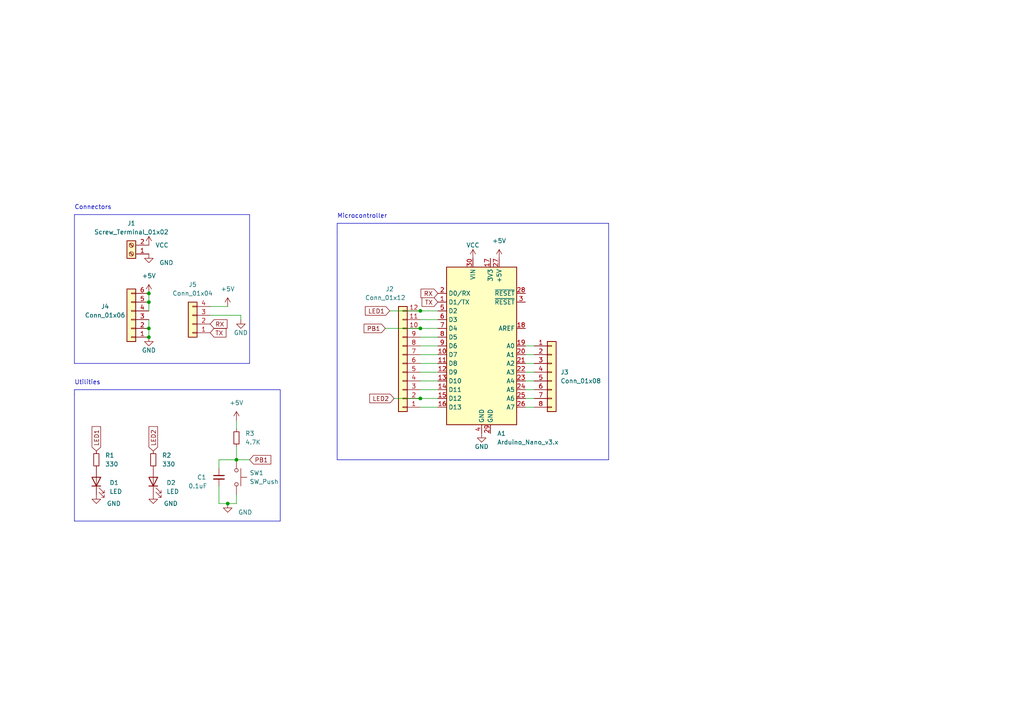
<source format=kicad_sch>
(kicad_sch (version 20230121) (generator eeschema)
  (paper "A4")
  (lib_symbols
    (symbol "Connector:Screw_Terminal_01x02" (pin_names (offset 1.016) hide)
      (property "Reference" "J" (at 0 2.54 0))
      (property "Value" "Screw_Terminal_01x02" (at 0 -5.08 0))
      (symbol "Screw_Terminal_01x02_1_1"
        (rectangle (start -1.27 1.27) (end 1.27 -3.81) (stroke (width 0.254)) (fill (type background)))
        (circle (center 0 -2.54) (radius 0.635) (stroke (width 0.1524)))
        (polyline (pts (xy -0.5334 -2.2098) (xy 0.3302 -3.048)) (stroke (width 0.1524)))
        (polyline (pts (xy -0.5334 0.3302) (xy 0.3302 -0.508)) (stroke (width 0.1524)))
        (polyline (pts (xy -0.3556 -2.032) (xy 0.508 -2.8702)) (stroke (width 0.1524)))
        (polyline (pts (xy -0.3556 0.508) (xy 0.508 -0.3302)) (stroke (width 0.1524)))
        (circle (center 0 0) (radius 0.635) (stroke (width 0.1524)))
        (pin passive line (at -5.08 0 0) (length 3.81) (name "Pin_1") (number "1"))
        (pin passive line (at -5.08 -2.54 0) (length 3.81) (name "Pin_2") (number "2"))
      )
    )
    (symbol "Connector_Generic:Conn_01x04" (pin_names (offset 1.016) hide)
      (property "Reference" "J" (at 0 5.08 0))
      (property "Value" "Conn_01x04" (at 0 -7.62 0))
      (symbol "Conn_01x04_1_1"
        (rectangle (start -1.27 -4.953) (end 0 -5.207) (stroke (width 0.1524)))
        (rectangle (start -1.27 -2.413) (end 0 -2.667) (stroke (width 0.1524)))
        (rectangle (start -1.27 0.127) (end 0 -0.127) (stroke (width 0.1524)))
        (rectangle (start -1.27 2.667) (end 0 2.413) (stroke (width 0.1524)))
        (rectangle (start -1.27 3.81) (end 1.27 -6.35) (stroke (width 0.254)) (fill (type background)))
        (pin passive line (at -5.08 2.54 0) (length 3.81) (name "Pin_1") (number "1"))
        (pin passive line (at -5.08 0 0) (length 3.81) (name "Pin_2") (number "2"))
        (pin passive line (at -5.08 -2.54 0) (length 3.81) (name "Pin_3") (number "3"))
        (pin passive line (at -5.08 -5.08 0) (length 3.81) (name "Pin_4") (number "4"))
      )
    )
    (symbol "Connector_Generic:Conn_01x06" (pin_names (offset 1.016) hide)
      (property "Reference" "J" (at 0 7.62 0))
      (property "Value" "Conn_01x06" (at 0 -10.16 0))
      (symbol "Conn_01x06_1_1"
        (rectangle (start -1.27 -7.493) (end 0 -7.747) (stroke (width 0.1524)))
        (rectangle (start -1.27 -4.953) (end 0 -5.207) (stroke (width 0.1524)))
        (rectangle (start -1.27 -2.413) (end 0 -2.667) (stroke (width 0.1524)))
        (rectangle (start -1.27 0.127) (end 0 -0.127) (stroke (width 0.1524)))
        (rectangle (start -1.27 2.667) (end 0 2.413) (stroke (width 0.1524)))
        (rectangle (start -1.27 5.207) (end 0 4.953) (stroke (width 0.1524)))
        (rectangle (start -1.27 6.35) (end 1.27 -8.89) (stroke (width 0.254)) (fill (type background)))
        (pin passive line (at -5.08 5.08 0) (length 3.81) (name "Pin_1") (number "1"))
        (pin passive line (at -5.08 2.54 0) (length 3.81) (name "Pin_2") (number "2"))
        (pin passive line (at -5.08 0 0) (length 3.81) (name "Pin_3") (number "3"))
        (pin passive line (at -5.08 -2.54 0) (length 3.81) (name "Pin_4") (number "4"))
        (pin passive line (at -5.08 -5.08 0) (length 3.81) (name "Pin_5") (number "5"))
        (pin passive line (at -5.08 -7.62 0) (length 3.81) (name "Pin_6") (number "6"))
      )
    )
    (symbol "Connector_Generic:Conn_01x08" (pin_names (offset 1.016) hide)
      (property "Reference" "J" (at 0 10.16 0))
      (property "Value" "Conn_01x08" (at 0 -12.7 0))
      (symbol "Conn_01x08_1_1"
        (rectangle (start -1.27 -10.033) (end 0 -10.287) (stroke (width 0.1524)))
        (rectangle (start -1.27 -7.493) (end 0 -7.747) (stroke (width 0.1524)))
        (rectangle (start -1.27 -4.953) (end 0 -5.207) (stroke (width 0.1524)))
        (rectangle (start -1.27 -2.413) (end 0 -2.667) (stroke (width 0.1524)))
        (rectangle (start -1.27 0.127) (end 0 -0.127) (stroke (width 0.1524)))
        (rectangle (start -1.27 2.667) (end 0 2.413) (stroke (width 0.1524)))
        (rectangle (start -1.27 5.207) (end 0 4.953) (stroke (width 0.1524)))
        (rectangle (start -1.27 7.747) (end 0 7.493) (stroke (width 0.1524)))
        (rectangle (start -1.27 8.89) (end 1.27 -11.43) (stroke (width 0.254)) (fill (type background)))
        (pin passive line (at -5.08 7.62 0) (length 3.81) (name "Pin_1") (number "1"))
        (pin passive line (at -5.08 5.08 0) (length 3.81) (name "Pin_2") (number "2"))
        (pin passive line (at -5.08 2.54 0) (length 3.81) (name "Pin_3") (number "3"))
        (pin passive line (at -5.08 0 0) (length 3.81) (name "Pin_4") (number "4"))
        (pin passive line (at -5.08 -2.54 0) (length 3.81) (name "Pin_5") (number "5"))
        (pin passive line (at -5.08 -5.08 0) (length 3.81) (name "Pin_6") (number "6"))
        (pin passive line (at -5.08 -7.62 0) (length 3.81) (name "Pin_7") (number "7"))
        (pin passive line (at -5.08 -10.16 0) (length 3.81) (name "Pin_8") (number "8"))
      )
    )
    (symbol "Connector_Generic:Conn_01x12" (pin_names (offset 1.016) hide)
      (property "Reference" "J" (at 0 15.24 0))
      (property "Value" "Conn_01x12" (at 0 -17.78 0))
      (symbol "Conn_01x12_1_1"
        (rectangle (start -1.27 -15.113) (end 0 -15.367) (stroke (width 0.1524)))
        (rectangle (start -1.27 -12.573) (end 0 -12.827) (stroke (width 0.1524)))
        (rectangle (start -1.27 -10.033) (end 0 -10.287) (stroke (width 0.1524)))
        (rectangle (start -1.27 -7.493) (end 0 -7.747) (stroke (width 0.1524)))
        (rectangle (start -1.27 -4.953) (end 0 -5.207) (stroke (width 0.1524)))
        (rectangle (start -1.27 -2.413) (end 0 -2.667) (stroke (width 0.1524)))
        (rectangle (start -1.27 0.127) (end 0 -0.127) (stroke (width 0.1524)))
        (rectangle (start -1.27 2.667) (end 0 2.413) (stroke (width 0.1524)))
        (rectangle (start -1.27 5.207) (end 0 4.953) (stroke (width 0.1524)))
        (rectangle (start -1.27 7.747) (end 0 7.493) (stroke (width 0.1524)))
        (rectangle (start -1.27 10.287) (end 0 10.033) (stroke (width 0.1524)))
        (rectangle (start -1.27 12.827) (end 0 12.573) (stroke (width 0.1524)))
        (rectangle (start -1.27 13.97) (end 1.27 -16.51) (stroke (width 0.254)) (fill (type background)))
        (pin passive line (at -5.08 12.7 0) (length 3.81) (name "Pin_1") (number "1"))
        (pin passive line (at -5.08 -10.16 0) (length 3.81) (name "Pin_10") (number "10"))
        (pin passive line (at -5.08 -12.7 0) (length 3.81) (name "Pin_11") (number "11"))
        (pin passive line (at -5.08 -15.24 0) (length 3.81) (name "Pin_12") (number "12"))
        (pin passive line (at -5.08 10.16 0) (length 3.81) (name "Pin_2") (number "2"))
        (pin passive line (at -5.08 7.62 0) (length 3.81) (name "Pin_3") (number "3"))
        (pin passive line (at -5.08 5.08 0) (length 3.81) (name "Pin_4") (number "4"))
        (pin passive line (at -5.08 2.54 0) (length 3.81) (name "Pin_5") (number "5"))
        (pin passive line (at -5.08 0 0) (length 3.81) (name "Pin_6") (number "6"))
        (pin passive line (at -5.08 -2.54 0) (length 3.81) (name "Pin_7") (number "7"))
        (pin passive line (at -5.08 -5.08 0) (length 3.81) (name "Pin_8") (number "8"))
        (pin passive line (at -5.08 -7.62 0) (length 3.81) (name "Pin_9") (number "9"))
      )
    )
    (symbol "Device:C_Small" (pin_numbers hide) (pin_names (offset 0.254) hide)
      (property "Reference" "C" (at 0.254 1.778 0))
      (property "Value" "C_Small" (at 0.254 -2.032 0))
      (symbol "C_Small_0_1"
        (polyline (pts (xy -1.524 -0.508) (xy 1.524 -0.508)) (stroke (width 0.3302)))
        (polyline (pts (xy -1.524 0.508) (xy 1.524 0.508)) (stroke (width 0.3048)))
      )
      (symbol "C_Small_1_1"
        (pin passive line (at 0 2.54 270) (length 2.032) (name "~") (number "1"))
        (pin passive line (at 0 -2.54 90) (length 2.032) (name "~") (number "2"))
      )
    )
    (symbol "Device:LED" (pin_numbers hide) (pin_names (offset 1.016) hide)
      (property "Reference" "D" (at 0 2.54 0))
      (property "Value" "LED" (at 0 -2.54 0))
      (symbol "LED_0_1"
        (polyline (pts (xy -1.27 -1.27) (xy -1.27 1.27)) (stroke (width 0.254)))
        (polyline (pts (xy -1.27 0) (xy 1.27 0)))
        (polyline (pts (xy 1.27 -1.27) (xy 1.27 1.27) (xy -1.27 0) (xy 1.27 -1.27)) (stroke (width 0.254)))
        (polyline (pts (xy -3.048 -0.762) (xy -4.572 -2.286) (xy -3.81 -2.286) (xy -4.572 -2.286) (xy -4.572 -1.524)))
        (polyline (pts (xy -1.778 -0.762) (xy -3.302 -2.286) (xy -2.54 -2.286) (xy -3.302 -2.286) (xy -3.302 -1.524)))
      )
      (symbol "LED_1_1"
        (pin passive line (at -3.81 0 0) (length 2.54) (name "K") (number "1"))
        (pin passive line (at 3.81 0 180) (length 2.54) (name "A") (number "2"))
      )
    )
    (symbol "Device:R_Small" (pin_numbers hide) (pin_names (offset 0.254) hide)
      (property "Reference" "R" (at 0.762 0.508 0))
      (property "Value" "R_Small" (at 0.762 -1.016 0))
      (symbol "R_Small_0_1"
        (rectangle (start -0.762 1.778) (end 0.762 -1.778) (stroke (width 0.2032)))
      )
      (symbol "R_Small_1_1"
        (pin passive line (at 0 2.54 270) (length 0.762) (name "~") (number "1"))
        (pin passive line (at 0 -2.54 90) (length 0.762) (name "~") (number "2"))
      )
    )
    (symbol "MCU_Module:Arduino_Nano_v3.x"
      (property "Reference" "A" (at -10.16 23.495 0))
      (property "Value" "Arduino_Nano_v3.x" (at 5.08 -24.13 0))
      (symbol "Arduino_Nano_v3.x_0_1"
        (rectangle (start -10.16 22.86) (end 10.16 -22.86) (stroke (width 0.254)) (fill (type background)))
      )
      (symbol "Arduino_Nano_v3.x_1_1"
        (pin bidirectional line (at -12.7 12.7 0) (length 2.54) (name "D1/TX") (number "1"))
        (pin bidirectional line (at -12.7 -2.54 0) (length 2.54) (name "D7") (number "10"))
        (pin bidirectional line (at -12.7 -5.08 0) (length 2.54) (name "D8") (number "11"))
        (pin bidirectional line (at -12.7 -7.62 0) (length 2.54) (name "D9") (number "12"))
        (pin bidirectional line (at -12.7 -10.16 0) (length 2.54) (name "D10") (number "13"))
        (pin bidirectional line (at -12.7 -12.7 0) (length 2.54) (name "D11") (number "14"))
        (pin bidirectional line (at -12.7 -15.24 0) (length 2.54) (name "D12") (number "15"))
        (pin bidirectional line (at -12.7 -17.78 0) (length 2.54) (name "D13") (number "16"))
        (pin power_out line (at 2.54 25.4 270) (length 2.54) (name "3V3") (number "17"))
        (pin input line (at 12.7 5.08 180) (length 2.54) (name "AREF") (number "18"))
        (pin bidirectional line (at 12.7 0 180) (length 2.54) (name "A0") (number "19"))
        (pin bidirectional line (at -12.7 15.24 0) (length 2.54) (name "D0/RX") (number "2"))
        (pin bidirectional line (at 12.7 -2.54 180) (length 2.54) (name "A1") (number "20"))
        (pin bidirectional line (at 12.7 -5.08 180) (length 2.54) (name "A2") (number "21"))
        (pin bidirectional line (at 12.7 -7.62 180) (length 2.54) (name "A3") (number "22"))
        (pin bidirectional line (at 12.7 -10.16 180) (length 2.54) (name "A4") (number "23"))
        (pin bidirectional line (at 12.7 -12.7 180) (length 2.54) (name "A5") (number "24"))
        (pin bidirectional line (at 12.7 -15.24 180) (length 2.54) (name "A6") (number "25"))
        (pin bidirectional line (at 12.7 -17.78 180) (length 2.54) (name "A7") (number "26"))
        (pin power_out line (at 5.08 25.4 270) (length 2.54) (name "+5V") (number "27"))
        (pin input line (at 12.7 15.24 180) (length 2.54) (name "~{RESET}") (number "28"))
        (pin power_in line (at 2.54 -25.4 90) (length 2.54) (name "GND") (number "29"))
        (pin input line (at 12.7 12.7 180) (length 2.54) (name "~{RESET}") (number "3"))
        (pin power_in line (at -2.54 25.4 270) (length 2.54) (name "VIN") (number "30"))
        (pin power_in line (at 0 -25.4 90) (length 2.54) (name "GND") (number "4"))
        (pin bidirectional line (at -12.7 10.16 0) (length 2.54) (name "D2") (number "5"))
        (pin bidirectional line (at -12.7 7.62 0) (length 2.54) (name "D3") (number "6"))
        (pin bidirectional line (at -12.7 5.08 0) (length 2.54) (name "D4") (number "7"))
        (pin bidirectional line (at -12.7 2.54 0) (length 2.54) (name "D5") (number "8"))
        (pin bidirectional line (at -12.7 0 0) (length 2.54) (name "D6") (number "9"))
      )
    )
    (symbol "Switch:SW_Push" (pin_numbers hide) (pin_names (offset 1.016) hide)
      (property "Reference" "SW" (at 1.27 2.54 0))
      (property "Value" "SW_Push" (at 0 -1.524 0))
      (symbol "SW_Push_0_1"
        (circle (center -2.032 0) (radius 0.508))
        (polyline (pts (xy 0 1.27) (xy 0 3.048)))
        (polyline (pts (xy 2.54 1.27) (xy -2.54 1.27)))
        (circle (center 2.032 0) (radius 0.508))
        (pin passive line (at -5.08 0 0) (length 2.54) (name "1") (number "1"))
        (pin passive line (at 5.08 0 180) (length 2.54) (name "2") (number "2"))
      )
    )
    (symbol "power:+5V" (power) (pin_names (offset 0))
      (property "Value" "+5V" (at 0 3.556 0))
      (symbol "+5V_0_1"
        (polyline (pts (xy -0.762 1.27) (xy 0 2.54)))
        (polyline (pts (xy 0 0) (xy 0 2.54)))
        (polyline (pts (xy 0 2.54) (xy 0.762 1.27)))
      )
      (symbol "+5V_1_1"
        (pin power_in line (at 0 0 90) (length 0) hide (name "+5V") (number "1"))
      )
    )
    (symbol "power:GND" (power) (pin_names (offset 0))
      (property "Value" "GND" (at 0 -3.81 0))
      (symbol "GND_0_1"
        (polyline (pts (xy 0 0) (xy 0 -1.27) (xy 1.27 -1.27) (xy 0 -2.54) (xy -1.27 -1.27) (xy 0 -1.27)))
      )
      (symbol "GND_1_1"
        (pin power_in line (at 0 0 270) (length 0) hide (name "GND") (number "1"))
      )
    )
    (symbol "power:VCC" (power) (pin_names (offset 0))
      (property "Value" "VCC" (at 0 3.81 0))
      (symbol "VCC_0_1"
        (polyline (pts (xy -0.762 1.27) (xy 0 2.54)))
        (polyline (pts (xy 0 0) (xy 0 2.54)))
        (polyline (pts (xy 0 2.54) (xy 0.762 1.27)))
      )
      (symbol "VCC_1_1"
        (pin power_in line (at 0 0 90) (length 0) hide (name "VCC") (number "1"))
      )
    )
  )
  (junction (at 121.92 115.57))
  (junction (at 43.18 87.63))
  (junction (at 68.58 133.35))
  (junction (at 43.18 85.09))
  (junction (at 43.18 95.25))
  (junction (at 66.04 146.05))
  (junction (at 121.92 90.17))
  (junction (at 121.92 95.25))
  (junction (at 43.18 97.79))
  (wire (pts (xy 63.5 135.89) (xy 63.5 133.35)))
  (wire (pts (xy 154.94 113.03) (xy 152.4 113.03)))
  (polyline (pts (xy 97.79 133.35) (xy 176.53 133.35)))
  (wire (pts (xy 60.96 88.9) (xy 66.04 88.9)))
  (polyline (pts (xy 21.59 151.13) (xy 81.28 151.13)))
  (wire (pts (xy 68.58 129.54) (xy 68.58 133.35)))
  (wire (pts (xy 113.03 90.17) (xy 121.92 90.17)))
  (wire (pts (xy 68.58 133.35) (xy 72.39 133.35)))
  (wire (pts (xy 63.5 146.05) (xy 66.04 146.05)))
  (wire (pts (xy 111.76 95.25) (xy 121.92 95.25)))
  (polyline (pts (xy 81.28 113.03) (xy 21.59 113.03)))
  (wire (pts (xy 69.85 91.44) (xy 69.85 92.71)))
  (wire (pts (xy 43.18 92.71) (xy 43.18 95.25)))
  (wire (pts (xy 121.92 113.03) (xy 127 113.03)))
  (wire (pts (xy 63.5 133.35) (xy 68.58 133.35)))
  (polyline (pts (xy 176.53 64.77) (xy 97.79 64.77)))
  (polyline (pts (xy 97.79 64.77) (xy 97.79 67.31)))
  (wire (pts (xy 154.94 118.11) (xy 152.4 118.11)))
  (wire (pts (xy 121.92 92.71) (xy 127 92.71)))
  (polyline (pts (xy 21.59 113.03) (xy 21.59 114.3)))
  (polyline (pts (xy 176.53 133.35) (xy 176.53 64.77)))
  (wire (pts (xy 154.94 115.57) (xy 152.4 115.57)))
  (wire (pts (xy 121.92 102.87) (xy 127 102.87)))
  (wire (pts (xy 121.92 118.11) (xy 127 118.11)))
  (polyline (pts (xy 21.59 62.23) (xy 72.39 62.23)))
  (wire (pts (xy 63.5 140.97) (xy 63.5 146.05)))
  (wire (pts (xy 154.94 102.87) (xy 152.4 102.87)))
  (polyline (pts (xy 21.59 114.3) (xy 21.59 151.13)))
  (wire (pts (xy 68.58 121.92) (xy 68.58 124.46)))
  (wire (pts (xy 121.92 95.25) (xy 127 95.25)))
  (wire (pts (xy 121.92 90.17) (xy 127 90.17)))
  (polyline (pts (xy 72.39 105.41) (xy 72.39 62.23)))
  (wire (pts (xy 43.18 85.09) (xy 43.18 87.63)))
  (polyline (pts (xy 21.59 105.41) (xy 72.39 105.41)))
  (wire (pts (xy 43.18 95.25) (xy 43.18 97.79)))
  (wire (pts (xy 154.94 105.41) (xy 152.4 105.41)))
  (wire (pts (xy 60.96 91.44) (xy 69.85 91.44)))
  (polyline (pts (xy 97.79 67.31) (xy 97.79 133.35)))
  (wire (pts (xy 121.92 100.33) (xy 127 100.33)))
  (wire (pts (xy 43.18 87.63) (xy 43.18 90.17)))
  (wire (pts (xy 68.58 143.51) (xy 68.58 146.05)))
  (wire (pts (xy 121.92 110.49) (xy 127 110.49)))
  (wire (pts (xy 121.92 97.79) (xy 127 97.79)))
  (wire (pts (xy 121.92 105.41) (xy 127 105.41)))
  (wire (pts (xy 121.92 115.57) (xy 127 115.57)))
  (polyline (pts (xy 21.59 62.23) (xy 21.59 105.41)))
  (wire (pts (xy 154.94 107.95) (xy 152.4 107.95)))
  (wire (pts (xy 68.58 146.05) (xy 66.04 146.05)))
  (wire (pts (xy 114.3 115.57) (xy 121.92 115.57)))
  (wire (pts (xy 121.92 107.95) (xy 127 107.95)))
  (polyline (pts (xy 81.28 151.13) (xy 81.28 113.03)))
  (wire (pts (xy 154.94 100.33) (xy 152.4 100.33)))
  (wire (pts (xy 154.94 110.49) (xy 152.4 110.49)))
  (text "Utilities" (at 21.59 111.76 0) (effects (font (size 1.27 1.27)) (justify left bottom)))
  (text "Microcontroller" (at 97.79 63.5 0) (effects (font (size 1.27 1.27)) (justify left bottom)))
  (text "Connectors" (at 21.59 60.96 0) (effects (font (size 1.27 1.27)) (justify left bottom)))
  (global_label "LED1" (shape input) (at 27.94 130.81 90) (property "Intersheetrefs" "${INTERSHEET_REFS}" (effects hide)))
  (global_label "PB1" (shape input) (at 72.39 133.35 0) (property "Intersheetrefs" "${INTERSHEET_REFS}" (effects hide)))
  (global_label "TX" (shape input) (at 127 87.63 180) (property "Intersheetrefs" "${INTERSHEET_REFS}" (effects hide)))
  (global_label "LED2" (shape input) (at 44.45 130.81 90) (property "Intersheetrefs" "${INTERSHEET_REFS}" (effects hide)))
  (global_label "LED2" (shape input) (at 114.3 115.57 180) (property "Intersheetrefs" "${INTERSHEET_REFS}" (effects hide)))
  (global_label "LED1" (shape input) (at 113.03 90.17 180) (property "Intersheetrefs" "${INTERSHEET_REFS}" (effects hide)))
  (global_label "PB1" (shape input) (at 111.76 95.25 180) (property "Intersheetrefs" "${INTERSHEET_REFS}" (effects hide)))
  (global_label "RX" (shape input) (at 127 85.09 180) (property "Intersheetrefs" "${INTERSHEET_REFS}" (effects hide)))
  (global_label "TX" (shape input) (at 60.96 96.52 0) (property "Intersheetrefs" "${INTERSHEET_REFS}" (effects hide)))
  (global_label "RX" (shape input) (at 60.96 93.98 0) (property "Intersheetrefs" "${INTERSHEET_REFS}" (effects hide)))
  (symbol (lib_id "power:GND") (at 66.04 146.05 0) (unit 1)
    (property "Reference" "#PWR012" (effects hide))
    (property "Value" "GND" (at 71.12 148.59 0))
  )
  (symbol (lib_id "MCU_Module:Arduino_Nano_v3.x") (at 139.7 100.33 0) (unit 1)
    (property "Reference" "A1" (at 144.1959 125.73 0) (effects (justify left)))
    (property "Value" "Arduino_Nano_v3.x" (at 144.1959 128.27 0) (effects (justify left)))
    (property "Footprint" "Module:Arduino_Nano" (effects hide))
    (property "Datasheet" "http://www.mouser.com/pdfdocs/Gravitech_Arduino_Nano3_0.pdf" (effects hide))
  )
  (symbol (lib_id "power:GND") (at 139.7 125.73 0) (unit 1)
    (property "Reference" "#PWR04" (effects hide))
    (property "Value" "GND" (at 139.7 129.54 0))
  )
  (symbol (lib_id "Connector_Generic:Conn_01x04") (at 55.88 93.98 180) (unit 1)
    (property "Reference" "J5" (at 55.88 82.55 0))
    (property "Value" "Conn_01x04" (at 55.88 85.09 0))
    (property "Footprint" "Connector_PinHeader_1.00mm:PinHeader_1x04_P1.00mm_Vertical" (effects hide))
  )
  (symbol (lib_id "Connector:Screw_Terminal_01x02") (at 38.1 73.66 180) (unit 1)
    (property "Reference" "J1" (at 38.1 64.77 0))
    (property "Value" "Screw_Terminal_01x02" (at 38.1 67.31 0))
    (property "Footprint" "TerminalBlock:TerminalBlock_bornier-2_P5.08mm" (effects hide))
  )
  (symbol (lib_id "power:+5V") (at 66.04 88.9 0) (unit 1)
    (property "Reference" "#PWR09" (effects hide))
    (property "Value" "+5V" (at 66.04 83.82 0))
  )
  (symbol (lib_id "Connector_Generic:Conn_01x08") (at 160.02 107.95 0) (unit 1)
    (property "Reference" "J3" (at 162.56 107.95 0) (effects (justify left)))
    (property "Value" "Conn_01x08" (at 162.56 110.49 0) (effects (justify left)))
    (property "Footprint" "Connector_PinHeader_1.00mm:PinHeader_1x08_P1.00mm_Vertical" (effects hide))
  )
  (symbol (lib_id "Switch:SW_Push") (at 68.58 138.43 270) (unit 1)
    (property "Reference" "SW1" (at 72.39 137.16 90) (effects (justify left)))
    (property "Value" "SW_Push" (at 72.39 139.7 90) (effects (justify left)))
    (property "Footprint" "Button_Switch_THT:SW_PUSH_6mm" (effects hide))
  )
  (symbol (lib_id "power:VCC") (at 137.16 74.93 0) (unit 1)
    (property "Reference" "#PWR03" (effects hide))
    (property "Value" "VCC" (at 137.16 71.12 0))
  )
  (symbol (lib_id "power:GND") (at 44.45 143.51 0) (unit 1)
    (property "Reference" "#PWR011" (effects hide))
    (property "Value" "GND" (at 49.53 146.05 0))
  )
  (symbol (lib_id "power:GND") (at 27.94 143.51 0) (unit 1)
    (property "Reference" "#PWR010" (effects hide))
    (property "Value" "GND" (at 33.02 146.05 0))
  )
  (symbol (lib_id "Device:R_Small") (at 44.45 133.35 0) (unit 1)
    (property "Reference" "R2" (at 46.99 132.08 0) (effects (justify left)))
    (property "Value" "330" (at 46.99 134.62 0) (effects (justify left)))
    (property "Footprint" "Resistor_SMD:R_0805_2012Metric" (effects hide))
  )
  (symbol (lib_id "power:GND") (at 43.18 97.79 0) (unit 1)
    (property "Reference" "#PWR07" (effects hide))
    (property "Value" "GND" (at 43.18 101.6 0))
  )
  (symbol (lib_id "power:GND") (at 69.85 92.71 0) (unit 1)
    (property "Reference" "#PWR08" (effects hide))
    (property "Value" "GND" (at 69.85 96.52 0))
  )
  (symbol (lib_id "power:+5V") (at 144.78 74.93 0) (unit 1)
    (property "Reference" "#PWR05" (effects hide))
    (property "Value" "+5V" (at 144.78 69.85 0))
  )
  (symbol (lib_id "Device:R_Small") (at 68.58 127 0) (unit 1)
    (property "Reference" "R3" (at 71.12 125.73 0) (effects (justify left)))
    (property "Value" "4.7K" (at 71.12 128.27 0) (effects (justify left)))
    (property "Footprint" "Resistor_SMD:R_0805_2012Metric" (effects hide))
  )
  (symbol (lib_id "Device:R_Small") (at 27.94 133.35 0) (unit 1)
    (property "Reference" "R1" (at 30.48 132.08 0) (effects (justify left)))
    (property "Value" "330" (at 30.48 134.62 0) (effects (justify left)))
    (property "Footprint" "Resistor_SMD:R_0805_2012Metric" (effects hide))
  )
  (symbol (lib_id "power:+5V") (at 43.18 85.09 0) (unit 1)
    (property "Reference" "#PWR06" (effects hide))
    (property "Value" "+5V" (at 43.18 80.01 0))
  )
  (symbol (lib_id "Device:LED") (at 44.45 139.7 90) (unit 1)
    (property "Reference" "D2" (at 48.26 140.0175 90) (effects (justify right)))
    (property "Value" "LED" (at 48.26 142.5575 90) (effects (justify right)))
    (property "Footprint" "LED_SMD:LED_0603_1608Metric" (effects hide))
  )
  (symbol (lib_id "power:GND") (at 43.18 73.66 0) (unit 1)
    (property "Reference" "#PWR02" (effects hide))
    (property "Value" "GND" (at 48.26 76.2 0))
  )
  (symbol (lib_id "power:VCC") (at 43.18 71.12 0) (unit 1)
    (property "Reference" "#PWR01" (effects hide))
    (property "Value" "VCC" (at 46.99 71.12 0))
  )
  (symbol (lib_id "Device:C_Small") (at 63.5 138.43 0) (unit 1)
    (property "Reference" "C1" (at 57.15 138.43 0) (effects (justify left)))
    (property "Value" "0.1uF" (at 54.61 140.97 0) (effects (justify left)))
    (property "Footprint" "Capacitor_SMD:C_Elec_4x5.4" (effects hide))
  )
  (symbol (lib_id "power:+5V") (at 68.58 121.92 0) (unit 1)
    (property "Reference" "#PWR013" (effects hide))
    (property "Value" "+5V" (at 68.58 116.84 0))
  )
  (symbol (lib_id "Connector_Generic:Conn_01x06") (at 38.1 92.71 180) (unit 1)
    (property "Reference" "J4" (at 30.48 88.9 0))
    (property "Value" "Conn_01x06" (at 30.48 91.44 0))
    (property "Footprint" "Connector_PinHeader_1.00mm:PinHeader_1x06_P1.00mm_Vertical" (effects hide))
  )
  (symbol (lib_id "Connector_Generic:Conn_01x12") (at 116.84 105.41 180) (unit 1)
    (property "Reference" "J2" (at 113.03 83.82 0))
    (property "Value" "Conn_01x12" (at 111.76 86.36 0))
    (property "Footprint" "Connector_PinHeader_1.00mm:PinHeader_1x12_P1.00mm_Vertical" (effects hide))
  )
  (symbol (lib_id "Device:LED") (at 27.94 139.7 90) (unit 1)
    (property "Reference" "D1" (at 31.75 140.0175 90) (effects (justify right)))
    (property "Value" "LED" (at 31.75 142.5575 90) (effects (justify right)))
    (property "Footprint" "LED_SMD:LED_0603_1608Metric" (effects hide))
  )
)
</source>
